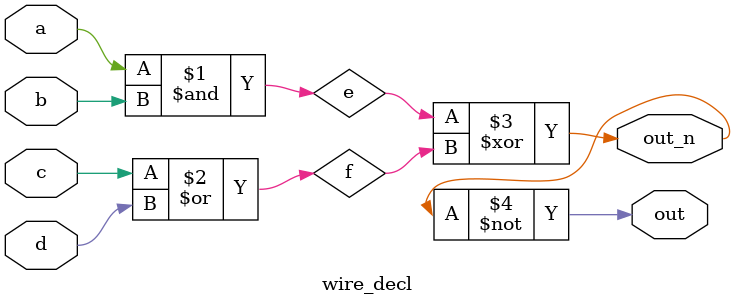
<source format=sv>
module wire_decl (
	input 	a, b, c, d,    
	output 	out, out_n	
);

	// 代码量预计5行
	wire e, f;

	assign e 	 = a & b;
	assign f 	 = c | d;
	assign out 	 = ~(e ^ f);
	assign out_n = ~out;

endmodule

</source>
